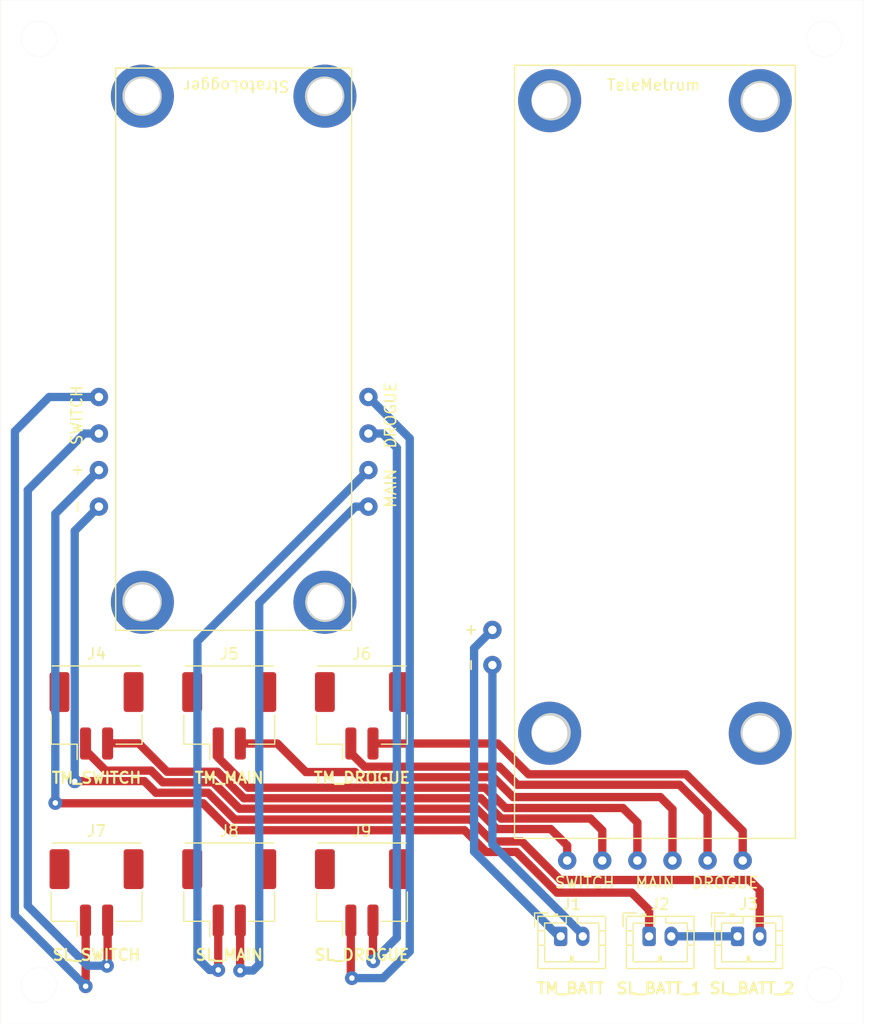
<source format=kicad_pcb>
(kicad_pcb (version 20211014) (generator pcbnew)
  (layers (0 "F.Cu" signal) (31 "B.Cu" signal) (34 "B.Paste" user) (35 "F.Paste" user) (36 "B.SilkS" user "B.Silkscreen") (37 "F.SilkS" user "F.Silkscreen") (38 "B.Mask" user) (39 "F.Mask" user) (44 "Edge.Cuts" user))
  (net 0 "")
  (net 1 "/TM_SWITCH_P")
  (net 2 "/TM_SWITCH_N")
  (net 3 "/TM_MAIN_P")
  (net 4 "/TM_MAIN_N")
  (net 5 "/TM_DROGUE_P")
  (net 6 "/TM_DROGUE_N")
  (net 7 "TM_POWER_POSITIVE")
  (net 8 "TM_POWER_NEGATIVE")
  (net 9 "/SL_DROGUE_P")
  (net 10 "/SL_DROGUE_N")
  (net 11 "/SL_SWITCH_P")
  (net 12 "/SL_SWITCH_N")
  (net 13 "SL_POWER_POSITIVE")
  (net 14 "SL_POWER_NEGATIVE")
  (net 15 "/SL_MAIN_P")
  (net 16 "/SL_MAIN_N")
  (net 17 "Net-(J2-Pad2)")
  (footprint "Connector_Molex:Molex_CLIK-Mate_502443-0270_1x02-1MP_P2.00mm_Vertical" (layer "F.Cu") (at 8.8848 81.129)
    (fp_text reference "J7" (at 0 -5.6) (layer "F.SilkS"))
    (fp_text value "Conn_01x02_Female")
    (fp_line (start 4.11 -0.09) (end 4.11 2.56) (layer "F.SilkS") (width 0.12))
    (fp_line (start -1.76 2.56) (end -1.76 3.95) (layer "F.SilkS") (width 0.12))
    (fp_line (start -4.11 2.56) (end -1.76 2.56) (layer "F.SilkS") (width 0.12))
    (fp_line (start -4 -4.51) (end 4 -4.51) (layer "F.SilkS") (width 0.12))
    (fp_line (start 4.11 2.56) (end 1.76 2.56) (layer "F.SilkS") (width 0.12))
    (fp_line (start -4.11 -0.09) (end -4.11 2.56) (layer "F.SilkS") (width 0.12))
    (pad "1" smd roundrect (at -1 2.5) (size 1 2.9) (layers "F.Cu" "F.Paste" "F.Mask") (net 11 "/SL_SWITCH_P"))
    (pad "2" smd roundrect (at 1 2.5) (size 1 2.9) (layers "F.Cu" "F.Paste" "F.Mask") (net 12 "/SL_SWITCH_N"))
    (pad "MP" smd roundrect (at 3.35 -2.15) (size 1.8 3.6) (layers "F.Cu" "F.Paste" "F.Mask") (roundrect_rratio 0.138889))
    (pad "MP" smd roundrect (at -3.35 -2.15) (size 1.8 3.6) (layers "F.Cu" "F.Paste" "F.Mask") (roundrect_rratio 0.138889))
  )
  (footprint "Connector_JST:JST_PH_B2B-PH-K_1x02_P2.00mm_Vertical" (layer "F.Cu") (at 66.8602 85.05)
    (fp_text reference "J3" (at 1 -2.9) (layer "F.SilkS"))
    (fp_text value "Conn_01x02_Female")
    (fp_line (start 1.5 -1.2) (end 1.5 -1.81) (layer "F.SilkS") (width 0.12))
    (fp_line (start -1.45 -1.2) (end -1.45 2.3) (layer "F.SilkS") (width 0.12))
    (fp_line (start -2.06 -1.81) (end -2.06 2.91) (layer "F.SilkS") (width 0.12))
    (fp_line (start -2.06 2.91) (end 4.06 2.91) (layer "F.SilkS") (width 0.12))
    (fp_line (start -1.11 -2.11) (end -2.36 -2.11) (layer "F.SilkS") (width 0.12))
    (fp_line (start 0.5 -1.2) (end -1.45 -1.2) (layer "F.SilkS") (width 0.12))
    (fp_line (start -0.6 -2.01) (end -0.6 -1.81) (layer "F.SilkS") (width 0.12))
    (fp_line (start -0.3 -2.01) (end -0.6 -2.01) (layer "F.SilkS") (width 0.12))
    (fp_line (start 4.06 -1.81) (end -2.06 -1.81) (layer "F.SilkS") (width 0.12))
    (fp_line (start 0.9 2.3) (end 0.9 1.8) (layer "F.SilkS") (width 0.12))
    (fp_line (start 0.5 -1.81) (end 0.5 -1.2) (layer "F.SilkS") (width 0.12))
    (fp_line (start 4.06 2.91) (end 4.06 -1.81) (layer "F.SilkS") (width 0.12))
    (fp_line (start 3.45 -1.2) (end 1.5 -1.2) (layer "F.SilkS") (width 0.12))
    (fp_line (start -0.3 -1.91) (end -0.6 -1.91) (layer "F.SilkS") (width 0.12))
    (fp_line (start 1 2.3) (end 1 1.8) (layer "F.SilkS") (width 0.12))
    (fp_line (start 1.1 1.8) (end 1.1 2.3) (layer "F.SilkS") (width 0.12))
    (fp_line (start 4.06 -0.5) (end 3.45 -0.5) (layer "F.SilkS") (width 0.12))
    (fp_line (start -2.06 -0.5) (end -1.45 -0.5) (layer "F.SilkS") (width 0.12))
    (fp_line (start -1.45 2.3) (end 3.45 2.3) (layer "F.SilkS") (width 0.12))
    (fp_line (start -0.3 -1.81) (end -0.3 -2.01) (layer "F.SilkS") (width 0.12))
    (fp_line (start 0.9 1.8) (end 1.1 1.8) (layer "F.SilkS") (width 0.12))
    (fp_line (start -2.36 -2.11) (end -2.36 -0.86) (layer "F.SilkS") (width 0.12))
    (fp_line (start 3.45 2.3) (end 3.45 -1.2) (layer "F.SilkS") (width 0.12))
    (fp_line (start 4.06 0.8) (end 3.45 0.8) (layer "F.SilkS") (width 0.12))
    (fp_line (start -2.06 0.8) (end -1.45 0.8) (layer "F.SilkS") (width 0.12))
    (pad "1" thru_hole roundrect (at 0 0) (size 1.2 1.75) (drill 0.75) (layers *.Cu *.Mask) (roundrect_rratio 0.208333) (net 17 "Net-(J2-Pad2)"))
    (pad "2" thru_hole oval (at 2 0) (size 1.2 1.75) (drill 0.75) (layers *.Cu *.Mask) (net 14 "SL_POWER_NEGATIVE"))
  )
  (footprint "Connector_Molex:Molex_CLIK-Mate_502443-0270_1x02-1MP_P2.00mm_Vertical" (layer "F.Cu") (at 32.8848 81.129)
    (fp_text reference "J9" (at 0 -5.6) (layer "F.SilkS"))
    (fp_text value "Conn_01x02_Female")
    (fp_line (start -1.76 2.56) (end -1.76 3.95) (layer "F.SilkS") (width 0.12))
    (fp_line (start -4 -4.51) (end 4 -4.51) (layer "F.SilkS") (width 0.12))
    (fp_line (start 4.11 2.56) (end 1.76 2.56) (layer "F.SilkS") (width 0.12))
    (fp_line (start 4.11 -0.09) (end 4.11 2.56) (layer "F.SilkS") (width 0.12))
    (fp_line (start -4.11 -0.09) (end -4.11 2.56) (layer "F.SilkS") (width 0.12))
    (fp_line (start -4.11 2.56) (end -1.76 2.56) (layer "F.SilkS") (width 0.12))
    (pad "1" smd roundrect (at -1 2.5) (size 1 2.9) (layers "F.Cu" "F.Paste" "F.Mask") (net 9 "/SL_DROGUE_P"))
    (pad "2" smd roundrect (at 1 2.5) (size 1 2.9) (layers "F.Cu" "F.Paste" "F.Mask") (net 10 "/SL_DROGUE_N"))
    (pad "MP" smd roundrect (at -3.35 -2.15) (size 1.8 3.6) (layers "F.Cu" "F.Paste" "F.Mask") (roundrect_rratio 0.138889))
    (pad "MP" smd roundrect (at 3.35 -2.15) (size 1.8 3.6) (layers "F.Cu" "F.Paste" "F.Mask") (roundrect_rratio 0.138889))
  )
  (footprint "Connector_Molex:Molex_CLIK-Mate_502443-0270_1x02-1MP_P2.00mm_Vertical" (layer "F.Cu") (at 20.8848 65.129)
    (fp_text reference "J5" (at 0 -5.6) (layer "F.SilkS"))
    (fp_text value "Conn_01x02_Female")
    (fp_line (start -4.11 2.56) (end -1.76 2.56) (layer "F.SilkS") (width 0.12))
    (fp_line (start 4.11 -0.09) (end 4.11 2.56) (layer "F.SilkS") (width 0.12))
    (fp_line (start -4.11 -0.09) (end -4.11 2.56) (layer "F.SilkS") (width 0.12))
    (fp_line (start -1.76 2.56) (end -1.76 3.95) (layer "F.SilkS") (width 0.12))
    (fp_line (start 4.11 2.56) (end 1.76 2.56) (layer "F.SilkS") (width 0.12))
    (fp_line (start -4 -4.51) (end 4 -4.51) (layer "F.SilkS") (width 0.12))
    (pad "1" smd roundrect (at -1 2.5) (size 1 2.9) (layers "F.Cu" "F.Paste" "F.Mask") (net 3 "/TM_MAIN_P"))
    (pad "2" smd roundrect (at 1 2.5) (size 1 2.9) (layers "F.Cu" "F.Paste" "F.Mask") (net 4 "/TM_MAIN_N"))
    (pad "MP" smd roundrect (at 3.35 -2.15) (size 1.8 3.6) (layers "F.Cu" "F.Paste" "F.Mask") (roundrect_rratio 0.138889))
    (pad "MP" smd roundrect (at -3.35 -2.15) (size 1.8 3.6) (layers "F.Cu" "F.Paste" "F.Mask") (roundrect_rratio 0.138889))
  )
  (footprint "COTS_Altimeters:StratoLogger" (layer "F.Cu") (at 21.2852 32.004 -90)
    (fp_text reference "A2" hide)
    (fp_text value "StratoLogger" (at -23.749 -0.254 180 unlocked) (layer "F.SilkS"))
    (fp_text user "+" (at 10.922 14.188 90) (layer "F.SilkS"))
    (fp_text user "DROGUE" (at 5.969 -14.188 90) (layer "F.SilkS"))
    (fp_text user "SWITCH" (at 5.969 14.188 90 unlocked) (layer "F.SilkS"))
    (fp_text user "-" (at 14.224 14.188 90) (layer "F.SilkS"))
    (fp_text user "MAIN" (at 12.573 -14.188 90) (layer "F.SilkS"))
    (fp_line (start 25.4 -10.668) (end 25.4 10.668) (layer "F.SilkS") (width 0.12))
    (fp_line (start -25.4 10.668) (end -25.4 -10.668) (layer "F.SilkS") (width 0.12))
    (fp_line (start 25.4 -10.668) (end -25.4 -10.668) (layer "F.SilkS") (width 0.12))
    (fp_line (start -25.4 10.668) (end 25.4 10.668) (layer "F.SilkS") (width 0.12))
    (pad "1" thru_hole circle locked (at 4.318 12.188 270) (size 1.66 1.66) (drill 0.762) (layers *.Cu *.Mask) (net 11 "/SL_SWITCH_P"))
    (pad "2" thru_hole circle locked (at 7.62 12.188 270) (size 1.66 1.66) (drill 0.762) (layers *.Cu *.Mask) (net 12 "/SL_SWITCH_N"))
    (pad "3" thru_hole circle locked (at 10.922 12.188 270) (size 1.66 1.66) (drill 0.762) (layers *.Cu *.Mask) (net 13 "SL_POWER_POSITIVE"))
    (pad "4" thru_hole circle locked (at 14.224 12.188 270) (size 1.66 1.66) (drill 0.762) (layers *.Cu *.Mask) (net 14 "SL_POWER_NEGATIVE"))
    (pad "5" thru_hole circle locked (at 4.318 -12.188 270) (size 1.66 1.66) (drill 0.762) (layers *.Cu *.Mask) (net 9 "/SL_DROGUE_P"))
    (pad "6" thru_hole circle locked (at 7.62 -12.188 270) (size 1.66 1.66) (drill 0.762) (layers *.Cu *.Mask) (net 10 "/SL_DROGUE_N"))
    (pad "7" thru_hole circle locked (at 10.922 -12.188 270) (size 1.66 1.66) (drill 0.762) (layers *.Cu *.Mask) (net 15 "/SL_MAIN_P"))
    (pad "8" thru_hole circle locked (at 14.224 -12.188 270) (size 1.66 1.66) (drill 0.762) (layers *.Cu *.Mask) (net 16 "/SL_MAIN_N"))
    (pad "~" connect circle locked (at -22.86 8.255 270) (size 5.7 5.7) (layers "F.Cu" "F.Mask"))
    (pad "~" thru_hole circle locked (at -22.86 -8.255 270) (size 3.6 3.6) (drill 3.2) (layers *.Cu *.Mask))
    (pad "~" connect circle locked (at 22.86 -8.255 270) (size 5.7 5.7) (layers "B.Cu" "B.Mask"))
    (pad "~" connect circle locked (at -22.86 -8.255 270) (size 5.7 5.7) (layers "F.Cu" "F.Mask"))
    (pad "~" thru_hole circle locked (at 22.86 8.255 270) (size 3.6 3.6) (drill 3.2) (layers *.Cu *.Mask))
    (pad "~" connect circle locked (at 22.86 8.255 270) (size 5.7 5.7) (layers "B.Cu" "B.Mask"))
    (pad "~" connect circle locked (at -22.86 8.255 270) (size 5.7 5.7) (layers "B.Cu" "B.Mask"))
    (pad "~" connect circle locked (at 22.86 -8.255 270) (size 5.7 5.7) (layers "F.Cu" "F.Mask"))
    (pad "~" thru_hole circle locked (at 22.86 -8.255 270) (size 3.6 3.6) (drill 3.2) (layers *.Cu *.Mask))
    (pad "~" connect circle locked (at -22.86 -8.255 270) (size 5.7 5.7) (layers "B.Cu" "B.Mask"))
    (pad "~" connect circle locked (at 22.86 8.255 270) (size 5.7 5.7) (layers "F.Cu" "F.Mask"))
    (pad "~" thru_hole circle locked (at -22.86 8.255 270) (size 3.6 3.6) (drill 3.2) (layers *.Cu *.Mask))
  )
  (footprint "Connector_JST:JST_PH_B2B-PH-K_1x02_P2.00mm_Vertical" (layer "F.Cu") (at 50.8602 85.05)
    (fp_text reference "J1" (at 1 -2.9) (layer "F.SilkS"))
    (fp_text value "Conn_01x02_Female")
    (fp_line (start 1 2.3) (end 1 1.8) (layer "F.SilkS") (width 0.12))
    (fp_line (start 3.45 -1.2) (end 1.5 -1.2) (layer "F.SilkS") (width 0.12))
    (fp_line (start 0.9 2.3) (end 0.9 1.8) (layer "F.SilkS") (width 0.12))
    (fp_line (start 4.06 0.8) (end 3.45 0.8) (layer "F.SilkS") (width 0.12))
    (fp_line (start -1.45 -1.2) (end -1.45 2.3) (layer "F.SilkS") (width 0.12))
    (fp_line (start -2.36 -2.11) (end -2.36 -0.86) (layer "F.SilkS") (width 0.12))
    (fp_line (start 4.06 -0.5) (end 3.45 -0.5) (layer "F.SilkS") (width 0.12))
    (fp_line (start -0.6 -2.01) (end -0.6 -1.81) (layer "F.SilkS") (width 0.12))
    (fp_line (start -2.06 2.91) (end 4.06 2.91) (layer "F.SilkS") (width 0.12))
    (fp_line (start 4.06 2.91) (end 4.06 -1.81) (layer "F.SilkS") (width 0.12))
    (fp_line (start -2.06 0.8) (end -1.45 0.8) (layer "F.SilkS") (width 0.12))
    (fp_line (start 0.5 -1.81) (end 0.5 -1.2) (layer "F.SilkS") (width 0.12))
    (fp_line (start 1.1 1.8) (end 1.1 2.3) (layer "F.SilkS") (width 0.12))
    (fp_line (start -1.11 -2.11) (end -2.36 -2.11) (layer "F.SilkS") (width 0.12))
    (fp_line (start -0.3 -2.01) (end -0.6 -2.01) (layer "F.SilkS") (width 0.12))
    (fp_line (start 0.5 -1.2) (end -1.45 -1.2) (layer "F.SilkS") (width 0.12))
    (fp_line (start 3.45 2.3) (end 3.45 -1.2) (layer "F.SilkS") (width 0.12))
    (fp_line (start -2.06 -1.81) (end -2.06 2.91) (layer "F.SilkS") (width 0.12))
    (fp_line (start 0.9 1.8) (end 1.1 1.8) (layer "F.SilkS") (width 0.12))
    (fp_line (start -1.45 2.3) (end 3.45 2.3) (layer "F.SilkS") (width 0.12))
    (fp_line (start 1.5 -1.2) (end 1.5 -1.81) (layer "F.SilkS") (width 0.12))
    (fp_line (start -2.06 -0.5) (end -1.45 -0.5) (layer "F.SilkS") (width 0.12))
    (fp_line (start -0.3 -1.81) (end -0.3 -2.01) (layer "F.SilkS") (width 0.12))
    (fp_line (start 4.06 -1.81) (end -2.06 -1.81) (layer "F.SilkS") (width 0.12))
    (fp_line (start -0.3 -1.91) (end -0.6 -1.91) (layer "F.SilkS") (width 0.12))
    (pad "1" thru_hole roundrect (at 0 0) (size 1.2 1.75) (drill 0.75) (layers *.Cu *.Mask) (roundrect_rratio 0.208333) (net 7 "TM_POWER_POSITIVE"))
    (pad "2" thru_hole oval (at 2 0) (size 1.2 1.75) (drill 0.75) (layers *.Cu *.Mask) (net 8 "TM_POWER_NEGATIVE"))
  )
  (footprint "Connector_Molex:Molex_CLIK-Mate_502443-0270_1x02-1MP_P2.00mm_Vertical" (layer "F.Cu") (at 8.8848 65.129)
    (fp_text reference "J4" (at 0 -5.6) (layer "F.SilkS"))
    (fp_text value "Conn_01x02_Female")
    (fp_line (start -4 -4.51) (end 4 -4.51) (layer "F.SilkS") (width 0.12))
    (fp_line (start -4.11 2.56) (end -1.76 2.56) (layer "F.SilkS") (width 0.12))
    (fp_line (start 4.11 -0.09) (end 4.11 2.56) (layer "F.SilkS") (width 0.12))
    (fp_line (start -1.76 2.56) (end -1.76 3.95) (layer "F.SilkS") (width 0.12))
    (fp_line (start 4.11 2.56) (end 1.76 2.56) (layer "F.SilkS") (width 0.12))
    (fp_line (start -4.11 -0.09) (end -4.11 2.56) (layer "F.SilkS") (width 0.12))
    (pad "1" smd roundrect (at -1 2.5) (size 1 2.9) (layers "F.Cu" "F.Paste" "F.Mask") (net 1 "/TM_SWITCH_P"))
    (pad "2" smd roundrect (at 1 2.5) (size 1 2.9) (layers "F.Cu" "F.Paste" "F.Mask") (net 2 "/TM_SWITCH_N"))
    (pad "MP" smd roundrect (at 3.35 -2.15) (size 1.8 3.6) (layers "F.Cu" "F.Paste" "F.Mask") (roundrect_rratio 0.138889))
    (pad "MP" smd roundrect (at -3.35 -2.15) (size 1.8 3.6) (layers "F.Cu" "F.Paste" "F.Mask") (roundrect_rratio 0.138889))
  )
  (footprint "Connector_JST:JST_PH_B2B-PH-K_1x02_P2.00mm_Vertical" (layer "F.Cu") (at 58.8602 85.05)
    (fp_text reference "J2" (at 1 -2.9) (layer "F.SilkS"))
    (fp_text value "Conn_01x02_Female")
    (fp_line (start 4.06 -0.5) (end 3.45 -0.5) (layer "F.SilkS") (width 0.12))
    (fp_line (start -2.06 -1.81) (end -2.06 2.91) (layer "F.SilkS") (width 0.12))
    (fp_line (start -2.06 0.8) (end -1.45 0.8) (layer "F.SilkS") (width 0.12))
    (fp_line (start 3.45 -1.2) (end 1.5 -1.2) (layer "F.SilkS") (width 0.12))
    (fp_line (start 4.06 -1.81) (end -2.06 -1.81) (layer "F.SilkS") (width 0.12))
    (fp_line (start -0.3 -2.01) (end -0.6 -2.01) (layer "F.SilkS") (width 0.12))
    (fp_line (start -2.06 -0.5) (end -1.45 -0.5) (layer "F.SilkS") (width 0.12))
    (fp_line (start 1.1 1.8) (end 1.1 2.3) (layer "F.SilkS") (width 0.12))
    (fp_line (start 0.9 1.8) (end 1.1 1.8) (layer "F.SilkS") (width 0.12))
    (fp_line (start 3.45 2.3) (end 3.45 -1.2) (layer "F.SilkS") (width 0.12))
    (fp_line (start 1 2.3) (end 1 1.8) (layer "F.SilkS") (width 0.12))
    (fp_line (start 4.06 2.91) (end 4.06 -1.81) (layer "F.SilkS") (width 0.12))
    (fp_line (start -0.3 -1.91) (end -0.6 -1.91) (layer "F.SilkS") (width 0.12))
    (fp_line (start -0.3 -1.81) (end -0.3 -2.01) (layer "F.SilkS") (width 0.12))
    (fp_line (start -0.6 -2.01) (end -0.6 -1.81) (layer "F.SilkS") (width 0.12))
    (fp_line (start 0.5 -1.2) (end -1.45 -1.2) (layer "F.SilkS") (width 0.12))
    (fp_line (start 0.9 2.3) (end 0.9 1.8) (layer "F.SilkS") (width 0.12))
    (fp_line (start 0.5 -1.81) (end 0.5 -1.2) (layer "F.SilkS") (width 0.12))
    (fp_line (start -1.45 2.3) (end 3.45 2.3) (layer "F.SilkS") (width 0.12))
    (fp_line (start -2.06 2.91) (end 4.06 2.91) (layer "F.SilkS") (width 0.12))
    (fp_line (start -1.45 -1.2) (end -1.45 2.3) (layer "F.SilkS") (width 0.12))
    (fp_line (start 4.06 0.8) (end 3.45 0.8) (layer "F.SilkS") (width 0.12))
    (fp_line (start 1.5 -1.2) (end 1.5 -1.81) (layer "F.SilkS") (width 0.12))
    (fp_line (start -1.11 -2.11) (end -2.36 -2.11) (layer "F.SilkS") (width 0.12))
    (fp_line (start -2.36 -2.11) (end -2.36 -0.86) (layer "F.SilkS") (width 0.12))
    (pad "1" thru_hole roundrect (at 0 0) (size 1.2 1.75) (drill 0.75) (layers *.Cu *.Mask) (roundrect_rratio 0.208333) (net 13 "SL_POWER_POSITIVE"))
    (pad "2" thru_hole oval (at 2 0) (size 1.2 1.75) (drill 0.75) (layers *.Cu *.Mask) (net 17 "Net-(J2-Pad2)"))
  )
  (footprint "COTS_Altimeters:TeleMetrum" (layer "F.Cu") (at 59.3852 41.275 90)
    (fp_text reference "A1")
    (fp_text value "TeleMetrum" (at 33.147 -0.127) (layer "F.SilkS"))
    (fp_text user "DROGUE" (at -38.925 6.35) (layer "F.SilkS"))
    (fp_text user "+" (at -16.0909 -16.7 90) (layer "F.SilkS"))
    (fp_text user "MAIN" (at -38.925 0) (layer "F.SilkS"))
    (fp_text user "-" (at -19.2659 -16.7 90) (layer "F.SilkS"))
    (fp_text user "SWITCH" (at -38.925 -6.35) (layer "F.SilkS"))
    (fp_line (start 34.925 -12.7) (end -34.925 -12.7) (layer "F.SilkS") (width 0.12))
    (fp_line (start 34.925 12.7) (end 34.925 -12.7) (layer "F.SilkS") (width 0.12))
    (fp_line (start -34.925 12.7) (end 34.925 12.7) (layer "F.SilkS") (width 0.12))
    (fp_line (start -34.925 -12.7) (end -34.925 12.7) (layer "F.SilkS") (width 0.12))
    (pad "1" thru_hole circle locked (at -16.0909 -14.7 90) (size 1.66 1.66) (drill 0.762) (layers *.Cu *.Mask) (net 7 "TM_POWER_POSITIVE"))
    (pad "2" thru_hole circle locked (at -19.2659 -14.7 90) (size 1.66 1.66) (drill 0.762) (layers *.Cu *.Mask) (net 8 "TM_POWER_NEGATIVE"))
    (pad "3" thru_hole circle locked (at -36.925 -7.9375 90) (size 1.66 1.66) (drill 0.762) (layers *.Cu *.Mask) (net 1 "/TM_SWITCH_P"))
    (pad "4" thru_hole circle locked (at -36.925 -4.7625 90) (size 1.66 1.66) (drill 0.762) (layers *.Cu *.Mask) (net 2 "/TM_SWITCH_N"))
    (pad "5" thru_hole circle locked (at -36.925 -1.5875 90) (size 1.66 1.66) (drill 0.762) (layers *.Cu *.Mask) (net 3 "/TM_MAIN_P"))
    (pad "6" thru_hole circle locked (at -36.925 1.5875 90) (size 1.66 1.66) (drill 0.762) (layers *.Cu *.Mask) (net 4 "/TM_MAIN_N"))
    (pad "7" thru_hole circle locked (at -36.925 4.7625 90) (size 1.66 1.66) (drill 0.762) (layers *.Cu *.Mask) (net 5 "/TM_DROGUE_P"))
    (pad "8" thru_hole circle locked (at -36.925 7.9375 90) (size 1.66 1.66) (drill 0.762) (layers *.Cu *.Mask) (net 6 "/TM_DROGUE_N"))
    (pad "~" connect circle locked (at -25.4254 -9.525 90) (size 5.7 5.7) (layers "F.Cu" "F.Mask"))
    (pad "~" thru_hole circle locked (at -25.4254 -9.525 90) (size 3.6 3.6) (drill 3.2) (layers *.Cu *.Mask))
    (pad "~" connect circle locked (at -25.4254 -9.525 90) (size 5.7 5.7) (layers "B.Cu" "B.Mask"))
    (pad "~" connect circle locked (at 31.7246 -9.525 90) (size 5.7 5.7) (layers "F.Cu" "F.Mask"))
    (pad "~" thru_hole circle locked (at 31.7246 9.525 90) (size 3.6 3.6) (drill 3.2) (layers *.Cu *.Mask))
    (pad "~" connect circle locked (at 31.7246 9.525 90) (size 5.7 5.7) (layers "B.Cu" "B.Mask"))
    (pad "~" thru_hole circle locked (at -25.4254 9.525 90) (size 3.6 3.6) (drill 3.2) (layers *.Cu *.Mask))
    (pad "~" connect circle locked (at 31.7246 9.525 90) (size 5.7 5.7) (layers "F.Cu" "F.Mask"))
    (pad "~" connect circle locked (at 31.7246 -9.525 90) (size 5.7 5.7) (layers "B.Cu" "B.Mask"))
    (pad "~" thru_hole circle locked (at 31.7246 -9.525 90) (size 3.6 3.6) (drill 3.2) (layers *.Cu *.Mask))
    (pad "~" connect circle locked (at -25.4254 9.525 90) (size 5.7 5.7) (layers "F.Cu" "F.Mask"))
    (pad "~" connect circle locked (at -25.4254 9.525 90) (size 5.7 5.7) (layers "B.Cu" "B.Mask"))
  )
  (footprint "Connector_Molex:Molex_CLIK-Mate_502443-0270_1x02-1MP_P2.00mm_Vertical" (layer "F.Cu") (at 20.8848 81.129)
    (fp_text reference "J8" (at 0 -5.6) (layer "F.SilkS"))
    (fp_text value "Conn_01x02_Female")
    (fp_line (start 4.11 2.56) (end 1.76 2.56) (layer "F.SilkS") (width 0.12))
    (fp_line (start -1.76 2.56) (end -1.76 3.95) (layer "F.SilkS") (width 0.12))
    (fp_line (start -4.11 2.56) (end -1.76 2.56) (layer "F.SilkS") (width 0.12))
    (fp_line (start -4 -4.51) (end 4 -4.51) (layer "F.SilkS") (width 0.12))
    (fp_line (start 4.11 -0.09) (end 4.11 2.56) (layer "F.SilkS") (width 0.12))
    (fp_line (start -4.11 -0.09) (end -4.11 2.56) (layer "F.SilkS") (width 0.12))
    (pad "1" smd roundrect (at -1 2.5) (size 1 2.9) (layers "F.Cu" "F.Paste" "F.Mask") (net 15 "/SL_MAIN_P"))
    (pad "2" smd roundrect (at 1 2.5) (size 1 2.9) (layers "F.Cu" "F.Paste" "F.Mask") (net 16 "/SL_MAIN_N"))
    (pad "MP" smd roundrect (at 3.35 -2.15) (size 1.8 3.6) (layers "F.Cu" "F.Paste" "F.Mask") (roundrect_rratio 0.138889))
    (pad "MP" smd roundrect (at -3.35 -2.15) (size 1.8 3.6) (layers "F.Cu" "F.Paste" "F.Mask") (roundrect_rratio 0.138889))
  )
  (footprint "Connector_Molex:Molex_CLIK-Mate_502443-0270_1x02-1MP_P2.00mm_Vertical" (layer "F.Cu") (at 32.8848 65.129)
    (fp_text reference "J6" (at 0 -5.6) (layer "F.SilkS"))
    (fp_text value "Conn_01x02_Female")
    (fp_line (start 4.11 -0.09) (end 4.11 2.56) (layer "F.SilkS") (width 0.12))
    (fp_line (start -4.11 -0.09) (end -4.11 2.56) (layer "F.SilkS") (width 0.12))
    (fp_line (start 4.11 2.56) (end 1.76 2.56) (layer "F.SilkS") (width 0.12))
    (fp_line (start -1.76 2.56) (end -1.76 3.95) (layer "F.SilkS") (width 0.12))
    (fp_line (start -4.11 2.56) (end -1.76 2.56) (layer "F.SilkS") (width 0.12))
    (fp_line (start -4 -4.51) (end 4 -4.51) (layer "F.SilkS") (width 0.12))
    (pad "1" smd roundrect (at -1 2.5) (size 1 2.9) (layers "F.Cu" "F.Paste" "F.Mask") (net 5 "/TM_DROGUE_P"))
    (pad "2" smd roundrect (at 1 2.5) (size 1 2.9) (layers "F.Cu" "F.Paste" "F.Mask") (net 6 "/TM_DROGUE_N"))
    (pad "MP" smd roundrect (at -3.35 -2.15) (size 1.8 3.6) (layers "F.Cu" "F.Paste" "F.Mask") (roundrect_rratio 0.138889))
    (pad "MP" smd roundrect (at 3.35 -2.15) (size 1.8 3.6) (layers "F.Cu" "F.Paste" "F.Mask") (roundrect_rratio 0.138889))
  )
  (gr_circle (center 68.9102 66.6604) (end 70.5102 66.6604) (layer "Edge.Cuts") (width 0.35) (fill none))
  (gr_circle (center 68.9102 9.5504) (end 70.5102 9.5504) (layer "Edge.Cuts") (width 0.35) (fill none))
  (gr_circle (center 29.54 54.864) (end 31.14 54.864) (layer "Edge.Cuts") (width 0.35) (fill none))
  (gr_line (start 0.162 0.465) (end 0.162 92.965) (layer "Edge.Cuts") (width 0.01))
  (gr_circle (center 29.5146 9.144) (end 31.1146 9.144) (layer "Edge.Cuts") (width 0.35) (fill none))
  (gr_circle (center 68.9102 9.5504) (end 70.5102 9.5504) (layer "Edge.Cuts") (width 0.35) (fill none))
  (gr_circle (center 13.0048 54.813) (end 14.6048 54.813) (layer "Edge.Cuts") (width 0.35) (fill none))
  (gr_circle (center 0.162 0.465) (end 0.172 0.465) (layer "Edge.Cuts") (width 0.0001) (fill solid))
  (gr_circle (center 50.0062 9.4794) (end 51.6062 9.4794) (layer "Edge.Cuts") (width 0.35) (fill none))
  (gr_circle (center 49.9902 9.5504) (end 51.5902 9.5504) (layer "Edge.Cuts") (width 0.35) (fill none))
  (gr_circle (center 68.9102 9.5504) (end 70.5102 9.5504) (layer "Edge.Cuts") (width 0.35) (fill none))
  (gr_circle (center 78.202 0.465) (end 78.212 0.465) (layer "Edge.Cuts") (width 0.0001) (fill solid))
  (gr_line (start 0.162 0.465) (end 0.162 92.965) (layer "Edge.Cuts") (width 0.01))
  (gr_circle (center 13.0048 54.813) (end 14.6048 54.813) (layer "Edge.Cuts") (width 0.35) (fill none))
  (gr_circle (center 68.9102 66.6604) (end 70.5102 66.6604) (layer "Edge.Cuts") (width 0.35) (fill none))
  (gr_circle (center 0.162 0.465) (end 0.172 0.465) (layer "Edge.Cuts") (width 0.0001) (fill solid))
  (gr_circle (center 29.54 54.864) (end 31.14 54.864) (layer "Edge.Cuts") (width 0.35) (fill none))
  (gr_circle (center 29.5146 9.1694) (end 31.1146 9.1694) (layer "Edge.Cuts") (width 0.35) (fill none))
  (gr_circle (center 49.9902 66.6604) (end 51.5902 66.6604) (layer "Edge.Cuts") (width 0.35) (fill none))
  (gr_circle (center 74.702 3.965) (end 76.302 3.965) (layer "Edge.Cuts") (width 0.01) (fill none))
  (gr_circle (center 78.202 0.465) (end 78.212 0.465) (layer "Edge.Cuts") (width 0.0001) (fill solid))
  (gr_circle (center 3.662 3.965) (end 5.262 3.965) (layer "Edge.Cuts") (width 0.01) (fill none))
  (gr_circle (center 13.0048 9.144) (end 14.6048 9.144) (layer "Edge.Cuts") (width 0.35) (fill none))
  (gr_circle (center 0.162 0.465) (end 0.172 0.465) (layer "Edge.Cuts") (width 0.0001) (fill solid))
  (gr_line (start 78.202 0.465) (end 78.202 92.965) (layer "Edge.Cuts") (width 0.01))
  (gr_circle (center 13.0048 9.144) (end 14.6048 9.144) (layer "Edge.Cuts") (width 0.35) (fill none))
  (gr_circle (center 29.5146 9.144) (end 31.1146 9.144) (layer "Edge.Cuts") (width 0.35) (fill none))
  (gr_circle (center 13.0048 54.813) (end 14.6048 54.813) (layer "Edge.Cuts") (width 0.35) (fill none))
  (gr_circle (center 49.9902 9.5504) (end 51.5902 9.5504) (layer "Edge.Cuts") (width 0.35) (fill none))
  (gr_circle (center 68.9102 66.6604) (end 70.5102 66.6604) (layer "Edge.Cuts") (width 0.35) (fill none))
  (gr_line (start 0.162 92.965) (end 78.202 92.965) (layer "Edge.Cuts") (width 0.01))
  (gr_circle (center 0.162 0.465) (end 0.172 0.465) (layer "Edge.Cuts") (width 0.0001) (fill solid))
  (gr_circle (center 49.9902 9.5504) (end 51.5902 9.5504) (layer "Edge.Cuts") (width 0.35) (fill none))
  (gr_circle (center 3.662 89.465) (end 5.262 89.465) (layer "Edge.Cuts") (width 0.01) (fill none))
  (gr_circle (center 13.0048 9.144) (end 14.6048 9.144) (layer "Edge.Cuts") (width 0.35) (fill none))
  (gr_circle (center 78.202 0.465) (end 78.212 0.465) (layer "Edge.Cuts") (width 0.0001) (fill solid))
  (gr_circle (center 49.9902 66.6604) (end 51.5902 66.6604) (layer "Edge.Cuts") (width 0.35) (fill none))
  (gr_circle (center 0.162 0.465) (end 0.172 0.465) (layer "Edge.Cuts") (width 0.0001) (fill solid))
  (gr_circle (center 74.702 89.465) (end 76.302 89.465) (layer "Edge.Cuts") (width 0.01) (fill none))
  (gr_circle (center 29.54 54.864) (end 31.14 54.864) (layer "Edge.Cuts") (width 0.35) (fill none))
  (gr_circle (center 50.0062 9.4794) (end 51.6062 9.4794) (layer "Edge.Cuts") (width 0.35) (fill none))
  (gr_line (start 0.162 0.465) (end 78.202 0.465) (layer "Edge.Cuts") (width 0.01))
  (gr_circle (center 78.202 0.465) (end 78.212 0.465) (layer "Edge.Cuts") (width 0.0001) (fill solid))
  (gr_circle (center 49.9902 66.6604) (end 51.5902 66.6604) (layer "Edge.Cuts") (width 0.35) (fill none))
  (gr_circle (center 78.202 0.465) (end 78.212 0.465) (layer "Edge.Cuts") (width 0.0001) (fill solid))
  (gr_text "TM_MAIN" (at 20.8848 70.729) (layer "F.SilkS") (effects (font (size 1 1) (thickness 0.2))))
  (gr_text "TM_BATT" (at 51.7602 89.75) (layer "F.SilkS") (effects (font (size 1 1) (thickness 0.2))))
  (gr_text "SL_DROGUE" (at 32.8848 86.729) (layer "F.SilkS") (effects (font (size 1 1) (thickness 0.2))))
  (gr_text "SL_SWITCH" (at 8.8848 86.729) (layer "F.SilkS") (effects (font (size 1 1) (thickness 0.2))))
  (gr_text "SL_MAIN" (at 20.8848 86.729) (layer "F.SilkS") (effects (font (size 1 1) (thickness 0.2))))
  (gr_text "SL_BATT_2" (at 68.1602 89.75) (layer "F.SilkS") (effects (font (size 1 1) (thickness 0.2))))
  (gr_text "SL_BATT_1\n" (at 59.7602 89.75) (layer "F.SilkS") (effects (font (size 1 1) (thickness 0.2))))
  (gr_text "TM_SWITCH" (at 8.8848 70.729) (layer "F.SilkS") (effects (font (size 1 1) (thickness 0.2))))
  (gr_text "TM_DROGUE" (at 32.8848 70.729) (layer "F.SilkS") (effects (font (size 1 1) (thickness 0.2))))
  (segment (start 45.085792 75.35584) (end 43.251032 73.52108) (width 0.75) (layer "F.Cu") (net 1))
  (segment (start 21.813432 73.52108) (end 19.422072 71.12972) (width 0.75) (layer "F.Cu") (net 1))
  (segment (start 13.820976 70.0786) (end 9.718353 70.0786) (width 0.75) (layer "F.Cu") (net 1))
  (segment (start 14.872096 71.12972) (end 13.820976 70.0786) (width 0.75) (layer "F.Cu") (net 1))
  (segment (start 51.4477 76.8477) (end 49.95584 75.35584) (width 0.75) (layer "F.Cu") (net 1))
  (segment (start 7.8848 68.245047) (end 7.8848 67.629) (width 0.75) (layer "F.Cu") (net 1))
  (segment (start 9.718353 70.0786) (end 7.8848 68.245047) (width 0.75) (layer "F.Cu") (net 1))
  (segment (start 43.251032 73.52108) (end 21.813432 73.52108) (width 0.75) (layer "F.Cu") (net 1))
  (segment (start 51.4477 78.2) (end 51.4477 76.8477) (width 0.75) (layer "F.Cu") (net 1))
  (segment (start 19.422072 71.12972) (end 14.872096 71.12972) (width 0.75) (layer "F.Cu") (net 1))
  (segment (start 49.95584 75.35584) (end 45.085792 75.35584) (width 0.75) (layer "F.Cu") (net 1))
  (segment (start 9.899 67.6148) (end 9.8848 67.629) (width 0.75) (layer "F.Cu") (net 2))
  (segment (start 12.7 67.6148) (end 9.899 67.6148) (width 0.75) (layer "F.Cu") (net 2))
  (segment (start 19.815376 70.1802) (end 15.2654 70.1802) (width 0.75) (layer "F.Cu") (net 2))
  (segment (start 45.479096 74.40632) (end 43.644336 72.57156) (width 0.75) (layer "F.Cu") (net 2))
  (segment (start 54.6227 78.2) (end 54.6227 75.4761) (width 0.75) (layer "F.Cu") (net 2))
  (segment (start 22.206736 72.57156) (end 19.815376 70.1802) (width 0.75) (layer "F.Cu") (net 2))
  (segment (start 53.55292 74.40632) (end 45.479096 74.40632) (width 0.75) (layer "F.Cu") (net 2))
  (segment (start 54.6227 75.4761) (end 53.55292 74.40632) (width 0.75) (layer "F.Cu") (net 2))
  (segment (start 43.644336 72.57156) (end 22.206736 72.57156) (width 0.75) (layer "F.Cu") (net 2))
  (segment (start 15.2654 70.1802) (end 12.7 67.6148) (width 0.75) (layer "F.Cu") (net 2))
  (segment (start 22.60004 71.62204) (end 19.8848 68.9068) (width 0.75) (layer "F.Cu") (net 3))
  (segment (start 56.4896 73.4568) (end 45.8724 73.4568) (width 0.75) (layer "F.Cu") (net 3))
  (segment (start 57.7977 78.2) (end 57.7977 74.7649) (width 0.75) (layer "F.Cu") (net 3))
  (segment (start 19.8848 68.9068) (end 19.8848 67.629) (width 0.75) (layer "F.Cu") (net 3))
  (segment (start 44.03764 71.62204) (end 22.60004 71.62204) (width 0.75) (layer "F.Cu") (net 3))
  (segment (start 45.8724 73.4568) (end 44.03764 71.62204) (width 0.75) (layer "F.Cu") (net 3))
  (segment (start 57.7977 74.7649) (end 56.4896 73.4568) (width 0.75) (layer "F.Cu") (net 3))
  (segment (start 25.2364 67.629) (end 21.8848 67.629) (width 0.75) (layer "F.Cu") (net 4))
  (segment (start 27.813 70.2056) (end 25.2364 67.629) (width 0.75) (layer "F.Cu") (net 4))
  (segment (start 32.261376 70.2056) (end 27.813 70.2056) (width 0.75) (layer "F.Cu") (net 4))
  (segment (start 44.76452 70.67252) (end 32.728296 70.67252) (width 0.75) (layer "F.Cu") (net 4))
  (segment (start 59.8678 72.4662) (end 46.5582 72.4662) (width 0.75) (layer "F.Cu") (net 4))
  (segment (start 46.5582 72.4662) (end 44.76452 70.67252) (width 0.75) (layer "F.Cu") (net 4))
  (segment (start 60.9727 73.5711) (end 59.8678 72.4662) (width 0.75) (layer "F.Cu") (net 4))
  (segment (start 32.728296 70.67252) (end 32.261376 70.2056) (width 0.75) (layer "F.Cu") (net 4))
  (segment (start 21.8848 67.7826) (end 21.8848 67.629) (width 0.75) (layer "F.Cu") (net 4))
  (segment (start 60.9727 78.2) (end 60.9727 73.5711) (width 0.75) (layer "F.Cu") (net 4))
  (segment (start 45.3136 69.723) (end 33.1216 69.723) (width 0.75) (layer "F.Cu") (net 5))
  (segment (start 64.1477 73.9013) (end 61.60472 71.35832) (width 0.75) (layer "F.Cu") (net 5))
  (segment (start 61.60472 71.35832) (end 46.94892 71.35832) (width 0.75) (layer "F.Cu") (net 5))
  (segment (start 64.1477 78.2) (end 64.1477 73.9013) (width 0.75) (layer "F.Cu") (net 5))
  (segment (start 46.94892 71.35832) (end 45.3136 69.723) (width 0.75) (layer "F.Cu") (net 5))
  (segment (start 33.1216 69.723) (end 31.8848 68.4862) (width 0.75) (layer "F.Cu") (net 5))
  (segment (start 31.8848 68.4862) (end 31.8848 67.629) (width 0.75) (layer "F.Cu") (net 5))
  (segment (start 62.2046 70.4088) (end 47.9552 70.4088) (width 0.75) (layer "F.Cu") (net 6))
  (segment (start 67.3227 75.5269) (end 62.2046 70.4088) (width 0.75) (layer "F.Cu") (net 6))
  (segment (start 45.1754 67.629) (end 33.8848 67.629) (width 0.75) (layer "F.Cu") (net 6))
  (segment (start 67.3227 78.2) (end 67.3227 75.5269) (width 0.75) (layer "F.Cu") (net 6))
  (segment (start 47.9552 70.4088) (end 45.1754 67.629) (width 0.75) (layer "F.Cu") (net 6))
  (segment (start 43.0276 59.0235) (end 44.6852 57.3659) (width 0.75) (layer "B.Cu") (net 7))
  (segment (start 43.0276 77.3938) (end 43.0276 59.0235) (width 0.75) (layer "B.Cu") (net 7))
  (segment (start 50.8602 85.05) (end 50.6838 85.05) (width 0.75) (layer "B.Cu") (net 7))
  (segment (start 50.6838 85.05) (end 43.0276 77.3938) (width 0.75) (layer "B.Cu") (net 7))
  (segment (start 52.8602 84.908953) (end 52.8602 85.05) (width 0.75) (layer "B.Cu") (net 8))
  (segment (start 44.6852 76.733953) (end 52.8602 84.908953) (width 0.75) (layer "B.Cu") (net 8))
  (segment (start 44.6852 60.5409) (end 44.6852 76.733953) (width 0.75) (layer "B.Cu") (net 8))
  (segment (start 31.877 83.6368) (end 31.8848 83.629) (width 0.75) (layer "F.Cu") (net 9))
  (segment (start 31.9786 88.8238) (end 31.877 88.7222) (width 0.75) (layer "F.Cu") (net 9))
  (segment (start 31.877 88.7222) (end 31.877 83.6368) (width 0.75) (layer "F.Cu") (net 9))
  (via (at 31.9786 88.8238) (size 1.25) (drill 0.5) (layers "F.Cu" "B.Cu") (net 9))
  (segment (start 37.211 40.0598) (end 33.4732 36.322) (width 0.75) (layer "B.Cu") (net 9))
  (segment (start 31.9786 88.8238) (end 34.798 88.8238) (width 0.75) (layer "B.Cu") (net 9))
  (segment (start 37.211 86.4108) (end 37.211 40.0598) (width 0.75) (layer "B.Cu") (net 9))
  (segment (start 34.798 88.8238) (end 37.211 86.4108) (width 0.75) (layer "B.Cu") (net 9))
  (segment (start 33.909 87.2998) (end 33.8836 87.2744) (width 0.75) (layer "F.Cu") (net 10))
  (segment (start 33.8836 83.6302) (end 33.8848 83.629) (width 0.75) (layer "F.Cu") (net 10))
  (segment (start 33.8836 87.2744) (end 33.8836 83.6302) (width 0.75) (layer "F.Cu") (net 10))
  (via (at 33.909 87.2998) (size 1.25) (drill 0.5) (layers "F.Cu" "B.Cu") (net 10))
  (segment (start 34.7472 39.624) (end 33.4732 39.624) (width 0.75) (layer "B.Cu") (net 10))
  (segment (start 36.0426 40.9194) (end 34.7472 39.624) (width 0.75) (layer "B.Cu") (net 10))
  (segment (start 36.0426 85.1662) (end 36.0426 40.9194) (width 0.75) (layer "B.Cu") (net 10))
  (segment (start 33.909 87.2998) (end 36.0426 85.1662) (width 0.75) (layer "B.Cu") (net 10))
  (segment (start 7.8994 89.5604) (end 7.8994 83.6436) (width 0.75) (layer "F.Cu") (net 11))
  (segment (start 7.8994 83.6436) (end 7.8848 83.629) (width 0.75) (layer "F.Cu") (net 11))
  (via (at 7.8994 89.5604) (size 1.25) (drill 0.5) (layers "F.Cu" "B.Cu") (net 11))
  (segment (start 1.4986 39.4208) (end 1.4986 83.1596) (width 0.75) (layer "B.Cu") (net 11))
  (segment (start 1.4986 83.1596) (end 7.8994 89.5604) (width 0.75) (layer "B.Cu") (net 11))
  (segment (start 9.0972 36.322) (end 4.5974 36.322) (width 0.75) (layer "B.Cu") (net 11))
  (segment (start 4.5974 36.322) (end 1.4986 39.4208) (width 0.75) (layer "B.Cu") (net 11))
  (segment (start 9.8848 83.629) (end 9.8848 87.6512) (width 0.75) (layer "F.Cu") (net 12))
  (segment (start 9.8848 87.6512) (end 9.8298 87.7062) (width 0.75) (layer "F.Cu") (net 12))
  (via (at 9.8298 87.7062) (size 1.25) (drill 0.5) (layers "F.Cu" "B.Cu") (net 12))
  (segment (start 9.8298 87.7062) (end 8.0772 87.7062) (width 0.75) (layer "B.Cu") (net 12))
  (segment (start 2.667 82.296) (end 2.667 44.7294) (width 0.75) (layer "B.Cu") (net 12))
  (segment (start 2.667 44.7294) (end 7.7724 39.624) (width 0.75) (layer "B.Cu") (net 12))
  (segment (start 7.7724 39.624) (end 9.0972 39.624) (width 0.75) (layer "B.Cu") (net 12))
  (segment (start 8.0772 87.7062) (end 2.667 82.296) (width 0.75) (layer "B.Cu") (net 12))
  (segment (start 46.863 77.42892) (end 44.12952 77.42892) (width 0.75) (layer "F.Cu") (net 13))
  (segment (start 50.53628 81.1022) (end 46.863 77.42892) (width 0.75) (layer "F.Cu") (net 13))
  (segment (start 18.52036 73.02876) (end 5.18536 73.02876) (width 0.75) (layer "F.Cu") (net 13))
  (segment (start 5.18536 73.02876) (end 5.1562 72.9996) (width 0.75) (layer "F.Cu") (net 13))
  (segment (start 58.8602 82.6854) (end 57.277 81.1022) (width 0.75) (layer "F.Cu") (net 13))
  (segment (start 20.955 75.4634) (end 18.52036 73.02876) (width 0.75) (layer "F.Cu") (net 13))
  (segment (start 44.12952 77.42892) (end 42.164 75.4634) (width 0.75) (layer "F.Cu") (net 13))
  (segment (start 57.277 81.1022) (end 50.53628 81.1022) (width 0.75) (layer "F.Cu") (net 13))
  (segment (start 58.8602 85.05) (end 58.8602 82.6854) (width 0.75) (layer "F.Cu") (net 13))
  (segment (start 42.164 75.4634) (end 20.955 75.4634) (width 0.75) (layer "F.Cu") (net 13))
  (via (at 5.1562 72.9996) (size 1.25) (drill 0.5) (layers "F.Cu" "B.Cu") (net 13))
  (segment (start 5.1562 72.9996) (end 5.1562 46.867) (width 0.75) (layer "B.Cu") (net 13))
  (segment (start 5.1562 46.867) (end 9.0972 42.926) (width 0.75) (layer "B.Cu") (net 13))
  (segment (start 67.945 79.9592) (end 50.8254 79.9592) (width 0.75) (layer "F.Cu") (net 14))
  (segment (start 18.9738 72.07924) (end 14.25912 72.07924) (width 0.75) (layer "F.Cu") (net 14))
  (segment (start 68.8594 84.7742) (end 68.8594 80.8736) (width 0.75) (layer "F.Cu") (net 14))
  (segment (start 68.8602 85.05) (end 68.8602 84.775) (width 0.75) (layer "F.Cu") (net 14))
  (segment (start 47.3456 76.4794) (end 44.6786 76.4794) (width 0.75) (layer "F.Cu") (net 14))
  (segment (start 50.8254 79.9592) (end 47.3456 76.4794) (width 0.75) (layer "F.Cu") (net 14))
  (segment (start 68.8602 84.775) (end 68.8594 84.7742) (width 0.75) (layer "F.Cu") (net 14))
  (segment (start 68.8594 80.8736) (end 67.945 79.9592) (width 0.75) (layer "F.Cu") (net 14))
  (segment (start 21.39276 74.4982) (end 18.9738 72.07924) (width 0.75) (layer "F.Cu") (net 14))
  (segment (start 13.208 71.02812) (end 6.92448 71.02812) (width 0.75) (layer "F.Cu") (net 14))
  (segment (start 42.6974 74.4982) (end 21.39276 74.4982) (width 0.75) (layer "F.Cu") (net 14))
  (segment (start 14.25912 72.07924) (end 13.208 71.02812) (width 0.75) (layer "F.Cu") (net 14))
  (segment (start 44.6786 76.4794) (end 42.6974 74.4982) (width 0.75) (layer "F.Cu") (net 14))
  (segment (start 6.92448 71.02812) (end 6.9088 71.0438) (width 0.75) (layer "F.Cu") (net 14))
  (via (at 6.9088 71.0438) (size 1.25) (drill 0.5) (layers "F.Cu" "B.Cu") (net 14))
  (segment (start 6.9088 71.0438) (end 6.9088 48.4164) (width 0.75) (layer "B.Cu") (net 14))
  (segment (start 6.9088 48.4164) (end 9.0972 46.228) (width 0.75) (layer "B.Cu") (net 14))
  (segment (start 19.8882 88.0872) (end 19.8882 83.6324) (width 0.75) (layer "F.Cu") (net 15))
  (segment (start 19.8882 83.6324) (end 19.8848 83.629) (width 0.75) (layer "F.Cu") (net 15))
  (via (at 19.8882 88.0872) (size 1.25) (drill 0.5) (layers "F.Cu" "B.Cu") (net 15))
  (segment (start 18.0086 58.3906) (end 18.0086 86.995) (width 0.75) (layer "B.Cu") (net 15))
  (segment (start 19.1008 88.0872) (end 19.8882 88.0872) (width 0.75) (layer "B.Cu") (net 15))
  (segment (start 33.4732 42.926) (end 18.0086 58.3906) (width 0.75) (layer "B.Cu") (net 15))
  (segment (start 18.0086 86.995) (end 19.1008 88.0872) (width 0.75) (layer "B.Cu") (net 15))
  (segment (start 21.8694 83.6444) (end 21.8848 83.629) (width 0.75) (layer "F.Cu") (net 16))
  (segment (start 21.8694 88.138) (end 21.8694 83.6444) (width 0.75) (layer "F.Cu") (net 16))
  (via (at 21.8694 88.138) (size 1.25) (drill 0.5) (layers "F.Cu" "B.Cu") (net 16))
  (segment (start 23.5966 54.930803) (end 23.5966 87.5792) (width 0.75) (layer "B.Cu") (net 16))
  (segment (start 23.5966 87.5792) (end 23.0378 88.138) (width 0.75) (layer "B.Cu") (net 16))
  (segment (start 23.0378 88.138) (end 21.8694 88.138) (width 0.75) (layer "B.Cu") (net 16))
  (segment (start 32.299403 46.228) (end 23.5966 54.930803) (width 0.75) (layer "B.Cu") (net 16))
  (segment (start 33.4732 46.228) (end 32.299403 46.228) (width 0.75) (layer "B.Cu") (net 16))
  (segment (start 60.8602 85.05) (end 66.8602 85.05) (width 0.75) (layer "B.Cu") (net 17))
)
</source>
